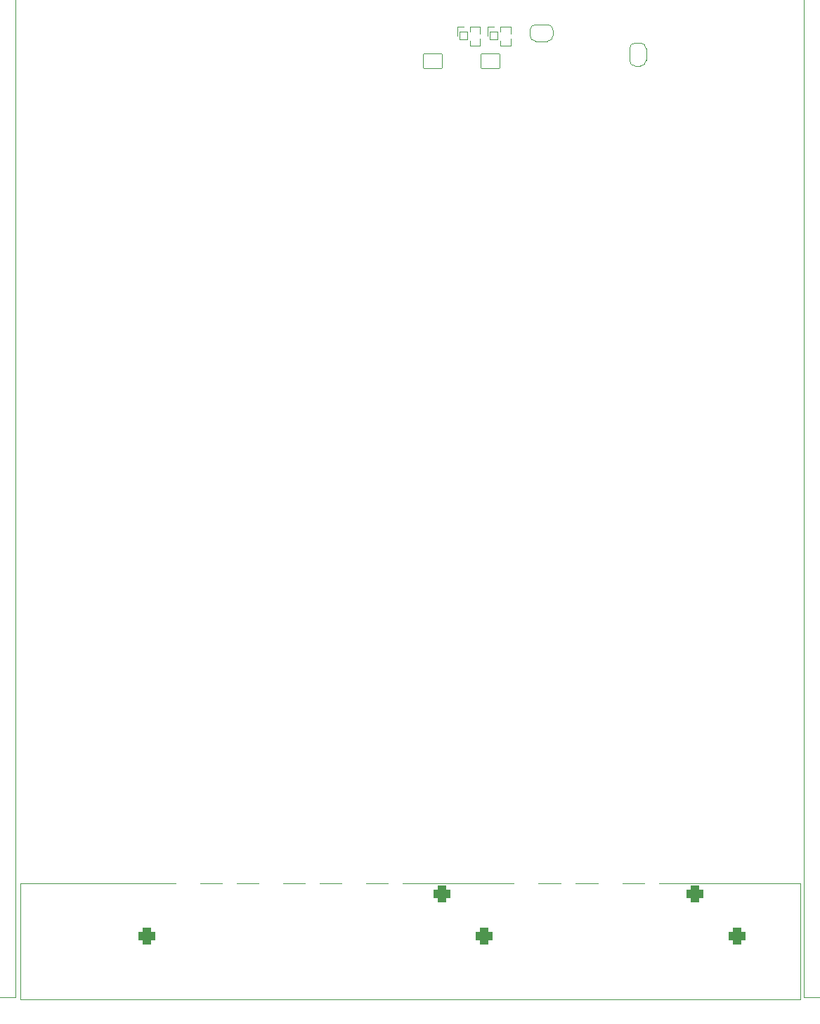
<source format=gbo>
G04 #@! TF.GenerationSoftware,KiCad,Pcbnew,7.0.2-6a45011f42~172~ubuntu20.04.1*
G04 #@! TF.CreationDate,2023-06-13T08:46:41+02:00*
G04 #@! TF.ProjectId,Power,506f7765-722e-46b6-9963-61645f706362,rev?*
G04 #@! TF.SameCoordinates,Original*
G04 #@! TF.FileFunction,Legend,Bot*
G04 #@! TF.FilePolarity,Positive*
%FSLAX46Y46*%
G04 Gerber Fmt 4.6, Leading zero omitted, Abs format (unit mm)*
G04 Created by KiCad (PCBNEW 7.0.2-6a45011f42~172~ubuntu20.04.1) date 2023-06-13 08:46:41*
%MOMM*%
%LPD*%
G01*
G04 APERTURE LIST*
G04 Aperture macros list*
%AMRoundRect*
0 Rectangle with rounded corners*
0 $1 Rounding radius*
0 $2 $3 $4 $5 $6 $7 $8 $9 X,Y pos of 4 corners*
0 Add a 4 corners polygon primitive as box body*
4,1,4,$2,$3,$4,$5,$6,$7,$8,$9,$2,$3,0*
0 Add four circle primitives for the rounded corners*
1,1,$1+$1,$2,$3*
1,1,$1+$1,$4,$5*
1,1,$1+$1,$6,$7*
1,1,$1+$1,$8,$9*
0 Add four rect primitives between the rounded corners*
20,1,$1+$1,$2,$3,$4,$5,0*
20,1,$1+$1,$4,$5,$6,$7,0*
20,1,$1+$1,$6,$7,$8,$9,0*
20,1,$1+$1,$8,$9,$2,$3,0*%
%AMFreePoly0*
4,1,35,0.535355,0.785355,0.550000,0.750000,0.550000,-0.750000,0.535355,-0.785355,0.500000,-0.800000,0.000000,-0.800000,-0.012286,-0.794911,-0.071157,-0.794911,-0.085244,-0.792886,-0.221795,-0.752791,-0.234740,-0.746879,-0.354462,-0.669938,-0.365217,-0.660618,-0.458414,-0.553063,-0.466109,-0.541091,-0.525228,-0.411637,-0.529237,-0.397982,-0.549491,-0.257116,-0.550000,-0.250000,-0.550000,0.250000,
-0.549491,0.257116,-0.529237,0.397982,-0.525228,0.411637,-0.466109,0.541091,-0.458414,0.553063,-0.365217,0.660618,-0.354462,0.669938,-0.234740,0.746879,-0.221795,0.752791,-0.085244,0.792886,-0.071157,0.794911,-0.012286,0.794911,0.000000,0.800000,0.500000,0.800000,0.535355,0.785355,0.535355,0.785355,$1*%
%AMFreePoly1*
4,1,35,0.012286,0.794911,0.071157,0.794911,0.085244,0.792886,0.221795,0.752791,0.234740,0.746879,0.354462,0.669938,0.365217,0.660618,0.458414,0.553063,0.466109,0.541091,0.525228,0.411637,0.529237,0.397982,0.549491,0.257116,0.550000,0.250000,0.550000,-0.250000,0.549491,-0.257116,0.529237,-0.397982,0.525228,-0.411637,0.466109,-0.541091,0.458414,-0.553063,0.365217,-0.660618,
0.354462,-0.669938,0.234740,-0.746879,0.221795,-0.752791,0.085244,-0.792886,0.071157,-0.794911,0.012286,-0.794911,0.000000,-0.800000,-0.500000,-0.800000,-0.535355,-0.785355,-0.550000,-0.750000,-0.550000,0.750000,-0.535355,0.785355,-0.500000,0.800000,0.000000,0.800000,0.012286,0.794911,0.012286,0.794911,$1*%
G04 Aperture macros list end*
%ADD10C,0.120000*%
%ADD11C,0.100000*%
%ADD12C,1.600000*%
%ADD13C,2.100000*%
%ADD14C,3.200000*%
%ADD15RoundRect,0.050000X-1.125000X0.875000X-1.125000X-0.875000X1.125000X-0.875000X1.125000X0.875000X0*%
%ADD16O,2.350000X1.850000*%
%ADD17RoundRect,0.050000X-0.500000X-0.500000X0.500000X-0.500000X0.500000X0.500000X-0.500000X0.500000X0*%
%ADD18C,1.100000*%
%ADD19C,1.400000*%
%ADD20O,1.600000X3.100000*%
%ADD21O,2.500000X1.700000*%
%ADD22O,1.700000X2.500000*%
%ADD23RoundRect,0.050000X-0.850000X0.850000X-0.850000X-0.850000X0.850000X-0.850000X0.850000X0.850000X0*%
%ADD24O,1.800000X1.800000*%
%ADD25RoundRect,0.300000X-0.750000X0.600000X-0.750000X-0.600000X0.750000X-0.600000X0.750000X0.600000X0*%
%ADD26O,2.100000X1.800000*%
%ADD27RoundRect,0.300000X0.750000X-0.600000X0.750000X0.600000X-0.750000X0.600000X-0.750000X-0.600000X0*%
%ADD28C,0.900000*%
%ADD29RoundRect,0.050000X-1.250000X-80.000000X1.250000X-80.000000X1.250000X80.000000X-1.250000X80.000000X0*%
%ADD30RoundRect,0.050000X0.850000X0.850000X-0.850000X0.850000X-0.850000X-0.850000X0.850000X-0.850000X0*%
%ADD31C,2.200000*%
%ADD32RoundRect,0.550000X0.500000X0.500000X-0.500000X0.500000X-0.500000X-0.500000X0.500000X-0.500000X0*%
%ADD33C,1.903400*%
%ADD34O,3.100000X3.600000*%
%ADD35O,3.100000X5.100000*%
%ADD36O,2.600000X5.100000*%
%ADD37RoundRect,0.050000X-0.500000X0.500000X-0.500000X-0.500000X0.500000X-0.500000X0.500000X0.500000X0*%
%ADD38O,1.100000X1.100000*%
%ADD39FreePoly0,0.000000*%
%ADD40FreePoly1,0.000000*%
%ADD41FreePoly0,90.000000*%
%ADD42FreePoly1,90.000000*%
G04 APERTURE END LIST*
D10*
G04 #@! TO.C,J101*
X138990000Y-182120000D02*
X45010000Y-182120000D01*
X138990000Y-168150000D02*
X138990000Y-182120000D01*
X45010000Y-182120000D02*
X45010000Y-168150000D01*
X45010000Y-168150000D02*
X138990000Y-168150000D01*
G04 #@! TO.C,TH402*
X104115000Y-65090000D02*
X104115000Y-65892470D01*
X102910000Y-65090000D02*
X104115000Y-65090000D01*
X102910000Y-65090000D02*
X102910000Y-65636529D01*
X102150000Y-65090000D02*
X101390000Y-65090000D01*
X101390000Y-65090000D02*
X101390000Y-66200000D01*
X104115000Y-66507530D02*
X104115000Y-67310000D01*
X102910000Y-66763471D02*
X102910000Y-67310000D01*
X102910000Y-67310000D02*
X104115000Y-67310000D01*
G04 #@! TO.C,JP413*
X106450000Y-65500000D02*
X106450000Y-66100000D01*
X107150000Y-66800000D02*
X108550000Y-66800000D01*
X108550000Y-64800000D02*
X107150000Y-64800000D01*
X109250000Y-66100000D02*
X109250000Y-65500000D01*
X107150000Y-64800000D02*
G75*
G03*
X106450000Y-65500000I-1J-699999D01*
G01*
X106450000Y-66100000D02*
G75*
G03*
X107150000Y-66800000I699999J-1D01*
G01*
X109250000Y-65500000D02*
G75*
G03*
X108550000Y-64800000I-700000J0D01*
G01*
X108550000Y-66800000D02*
G75*
G03*
X109250000Y-66100000I0J700000D01*
G01*
G04 #@! TO.C,JP415*
X119150000Y-69800000D02*
X119750000Y-69800000D01*
X120450000Y-69100000D02*
X120450000Y-67700000D01*
X118450000Y-67700000D02*
X118450000Y-69100000D01*
X119750000Y-67000000D02*
X119150000Y-67000000D01*
X118450000Y-69100000D02*
G75*
G03*
X119150000Y-69800000I699999J-1D01*
G01*
X119750000Y-69800000D02*
G75*
G03*
X120450000Y-69100000I1J699999D01*
G01*
X119150000Y-67000000D02*
G75*
G03*
X118450000Y-67700000I0J-700000D01*
G01*
X120450000Y-67700000D02*
G75*
G03*
X119750000Y-67000000I-700000J0D01*
G01*
G04 #@! TO.C,TH401*
X100415000Y-65090000D02*
X100415000Y-65892470D01*
X99210000Y-65090000D02*
X100415000Y-65090000D01*
X99210000Y-65090000D02*
X99210000Y-65636529D01*
X98450000Y-65090000D02*
X97690000Y-65090000D01*
X97690000Y-65090000D02*
X97690000Y-66200000D01*
X100415000Y-66507530D02*
X100415000Y-67310000D01*
X99210000Y-66763471D02*
X99210000Y-67310000D01*
X99210000Y-67310000D02*
X100415000Y-67310000D01*
G04 #@! TD*
%LPC*%
D11*
X94050000Y-90900000D02*
X87250000Y-90900000D01*
X87250000Y-83900000D01*
X94050000Y-83900000D01*
X94050000Y-90900000D01*
G36*
X94050000Y-90900000D02*
G01*
X87250000Y-90900000D01*
X87250000Y-83900000D01*
X94050000Y-83900000D01*
X94050000Y-90900000D01*
G37*
X79650000Y-94700000D02*
X71850000Y-94700000D01*
X71850000Y-88600000D01*
X79650000Y-88600000D01*
X79650000Y-94700000D01*
G36*
X79650000Y-94700000D02*
G01*
X71850000Y-94700000D01*
X71850000Y-88600000D01*
X79650000Y-88600000D01*
X79650000Y-94700000D01*
G37*
X108550000Y-107300000D02*
X101150000Y-107300000D01*
X101150000Y-100900000D01*
X108550000Y-100900000D01*
X108550000Y-107300000D01*
G36*
X108550000Y-107300000D02*
G01*
X101150000Y-107300000D01*
X101150000Y-100900000D01*
X108550000Y-100900000D01*
X108550000Y-107300000D01*
G37*
X108340000Y-147900000D02*
X100940000Y-147900000D01*
X100940000Y-141500000D01*
X108340000Y-141500000D01*
X108340000Y-147900000D01*
G36*
X108340000Y-147900000D02*
G01*
X100940000Y-147900000D01*
X100940000Y-141500000D01*
X108340000Y-141500000D01*
X108340000Y-147900000D01*
G37*
X93940000Y-131300000D02*
X87140000Y-131300000D01*
X87140000Y-124300000D01*
X93940000Y-124300000D01*
X93940000Y-131300000D01*
G36*
X93940000Y-131300000D02*
G01*
X87140000Y-131300000D01*
X87140000Y-124300000D01*
X93940000Y-124300000D01*
X93940000Y-131300000D01*
G37*
X79650000Y-135400000D02*
X71750000Y-135400000D01*
X71750000Y-129300000D01*
X79650000Y-129300000D01*
X79650000Y-135400000D01*
G36*
X79650000Y-135400000D02*
G01*
X71750000Y-135400000D01*
X71750000Y-129300000D01*
X79650000Y-129300000D01*
X79650000Y-135400000D01*
G37*
D12*
G04 #@! TO.C,TP104*
X55880000Y-148400000D03*
G04 #@! TD*
D13*
G04 #@! TO.C,VOUT_GND501*
X78550000Y-42000000D03*
G04 #@! TD*
D14*
G04 #@! TO.C,H101*
X137000000Y-162000000D03*
G04 #@! TD*
D12*
G04 #@! TO.C,TP307*
X121250000Y-142100000D03*
G04 #@! TD*
G04 #@! TO.C,TP304*
X136250000Y-127460000D03*
G04 #@! TD*
D14*
G04 #@! TO.C,H107*
X47550000Y-27000000D03*
G04 #@! TD*
D12*
G04 #@! TO.C,TP305*
X121280000Y-138100000D03*
G04 #@! TD*
D14*
G04 #@! TO.C,H104*
X47000000Y-112000000D03*
G04 #@! TD*
D12*
G04 #@! TO.C,TP202*
X136250000Y-99400000D03*
G04 #@! TD*
D15*
G04 #@! TO.C,PS502*
X101657500Y-69180000D03*
D16*
X101657500Y-71720000D03*
X101657500Y-74260000D03*
X101657500Y-76800000D03*
G04 #@! TD*
D12*
G04 #@! TO.C,TP103*
X53390000Y-148400000D03*
G04 #@! TD*
D17*
G04 #@! TO.C,J404*
X91950000Y-33850000D03*
D18*
X92966000Y-35630000D03*
X93982000Y-33850000D03*
X94998000Y-35630000D03*
X96014000Y-33850000D03*
X97030000Y-35630000D03*
X98046000Y-33850000D03*
X99062000Y-35630000D03*
D19*
X88965500Y-37914000D03*
X91251500Y-37914000D03*
X99760500Y-37914000D03*
X102046500Y-37914000D03*
D20*
X85600000Y-27500000D03*
X105539000Y-27500000D03*
G04 #@! TD*
D12*
G04 #@! TO.C,TP309*
X122750000Y-159700000D03*
G04 #@! TD*
D21*
G04 #@! TO.C,U401*
X112470000Y-23440000D03*
X112470000Y-25980000D03*
X112470000Y-28520000D03*
X112470000Y-31060000D03*
X112470000Y-33600000D03*
X112470000Y-36140000D03*
X112470000Y-38680000D03*
X112470000Y-41220000D03*
X112470000Y-43760000D03*
X112470000Y-46300000D03*
X112470000Y-48840000D03*
X112470000Y-51380000D03*
X112470000Y-53920000D03*
X112470000Y-56460000D03*
X112470000Y-59000000D03*
X112470000Y-61540000D03*
X112470000Y-64080000D03*
X112470000Y-66620000D03*
X112470000Y-69160000D03*
X112470000Y-71700000D03*
X131050000Y-71700000D03*
X131050000Y-69160000D03*
X131050000Y-66620000D03*
X131050000Y-64080000D03*
X131050000Y-61540000D03*
X131050000Y-59000000D03*
X131050000Y-56460000D03*
X131050000Y-53920000D03*
X131050000Y-51380000D03*
X131050000Y-48840000D03*
X131050000Y-46300000D03*
X131050000Y-43760000D03*
X131050000Y-41220000D03*
X131050000Y-38680000D03*
X131050000Y-36140000D03*
X131050000Y-33600000D03*
X131050000Y-31060000D03*
X131050000Y-28520000D03*
X131050000Y-25980000D03*
X131050000Y-23440000D03*
D12*
X115410000Y-31060000D03*
X115410000Y-33600000D03*
X115410000Y-36140000D03*
X115410000Y-38680000D03*
X115410000Y-41220000D03*
X115410000Y-53920000D03*
X115410000Y-56460000D03*
X115410000Y-59000000D03*
X115410000Y-61540000D03*
X115410000Y-64080000D03*
X115410000Y-66620000D03*
X115410000Y-69160000D03*
D22*
X115410000Y-72100000D03*
X117950000Y-72100000D03*
X120490000Y-72100000D03*
X123030000Y-72100000D03*
X125570000Y-72100000D03*
X128110000Y-72100000D03*
D12*
X128110000Y-69160000D03*
G04 #@! TD*
D23*
G04 #@! TO.C,JP403*
X97350000Y-47400000D03*
D24*
X94810000Y-47400000D03*
G04 #@! TD*
D12*
G04 #@! TO.C,TP205*
X121150000Y-97900000D03*
G04 #@! TD*
D14*
G04 #@! TO.C,H108*
X136450000Y-27000000D03*
G04 #@! TD*
D25*
G04 #@! TO.C,J501*
X52800000Y-25400000D03*
D26*
X52800000Y-27900000D03*
G04 #@! TD*
D12*
G04 #@! TO.C,TP208*
X122550000Y-83500000D03*
G04 #@! TD*
G04 #@! TO.C,TP301*
X136250000Y-140600000D03*
G04 #@! TD*
D27*
G04 #@! TO.C,J502*
X56400000Y-27900000D03*
D26*
X56400000Y-25400000D03*
G04 #@! TD*
D15*
G04 #@! TO.C,PS501*
X94750000Y-69180000D03*
D16*
X94750000Y-71720000D03*
X94750000Y-74260000D03*
X94750000Y-76800000D03*
G04 #@! TD*
D12*
G04 #@! TO.C,TP101*
X46000000Y-118500000D03*
G04 #@! TD*
G04 #@! TO.C,TP303*
X136250000Y-130000000D03*
G04 #@! TD*
G04 #@! TO.C,TP201*
X136250000Y-101800000D03*
G04 #@! TD*
G04 #@! TO.C,TP302*
X136250000Y-138160000D03*
G04 #@! TD*
G04 #@! TO.C,TP306*
X121280000Y-140100000D03*
G04 #@! TD*
G04 #@! TO.C,TP308*
X122550000Y-123500000D03*
G04 #@! TD*
G04 #@! TO.C,TP106*
X50550000Y-159400000D03*
G04 #@! TD*
G04 #@! TO.C,TP203*
X136300000Y-91600000D03*
G04 #@! TD*
D13*
G04 #@! TO.C,GND501*
X51900000Y-59240000D03*
G04 #@! TD*
D12*
G04 #@! TO.C,TP105*
X57250000Y-121200000D03*
G04 #@! TD*
D28*
G04 #@! TO.C,N101*
X43250000Y-24500000D03*
X43250000Y-34500000D03*
X43250000Y-44500000D03*
X43250000Y-54500000D03*
X43250000Y-64500000D03*
X43250000Y-74500000D03*
X43250000Y-84500000D03*
X43250000Y-94500000D03*
D29*
X43250000Y-102000000D03*
D28*
X43250000Y-104500000D03*
X43250000Y-114500000D03*
X43250000Y-124500000D03*
X43250000Y-134500000D03*
X43250000Y-144500000D03*
X43250000Y-154500000D03*
X43250000Y-164500000D03*
X43250000Y-174500000D03*
X140750000Y-24250000D03*
X140750000Y-34250000D03*
X140750000Y-44250000D03*
X140750000Y-54250000D03*
X140750000Y-64250000D03*
X140750000Y-74250000D03*
X140750000Y-84250000D03*
X140750000Y-94250000D03*
D29*
X140750000Y-102000000D03*
D28*
X140750000Y-104250000D03*
X140750000Y-114250000D03*
X140750000Y-124250000D03*
X140750000Y-134250000D03*
X140750000Y-144250000D03*
X140750000Y-154250000D03*
X140750000Y-164250000D03*
X140750000Y-174250000D03*
G04 #@! TD*
D30*
G04 #@! TO.C,JP401*
X94260000Y-44200000D03*
D24*
X94260000Y-41660000D03*
G04 #@! TD*
D14*
G04 #@! TO.C,H106*
X137000000Y-112000000D03*
G04 #@! TD*
G04 #@! TO.C,H103*
X98000000Y-112000000D03*
G04 #@! TD*
D12*
G04 #@! TO.C,TP102*
X46000000Y-115960000D03*
G04 #@! TD*
G04 #@! TO.C,TP209*
X122550000Y-119500000D03*
G04 #@! TD*
G04 #@! TO.C,TP206*
X121150000Y-99900000D03*
G04 #@! TD*
D31*
G04 #@! TO.C,J101*
X136450000Y-179580000D03*
X47550000Y-179580000D03*
D32*
X60250000Y-174500000D03*
D33*
X65250000Y-176786000D03*
D34*
X65250000Y-169039000D03*
D35*
X70500000Y-175670001D03*
D33*
X70250000Y-168586001D03*
X75250000Y-176786001D03*
D34*
X75250000Y-169039000D03*
D35*
X80500000Y-175670001D03*
D33*
X80250000Y-168586001D03*
X85250000Y-176786001D03*
D34*
X85250000Y-169039000D03*
D35*
X90500000Y-175670001D03*
D33*
X90250000Y-168586001D03*
D32*
X95810000Y-169420000D03*
X100890000Y-174500000D03*
D33*
X106130000Y-176786000D03*
D34*
X105970000Y-169039000D03*
D33*
X111130000Y-168586001D03*
D36*
X111050000Y-175670001D03*
D33*
X116130000Y-176786001D03*
D34*
X116130000Y-169039000D03*
D35*
X121210000Y-175670001D03*
D33*
X121130000Y-168586001D03*
D32*
X126290000Y-169420000D03*
X131370000Y-174500000D03*
G04 #@! TD*
D17*
G04 #@! TO.C,J403*
X66950000Y-33850000D03*
D18*
X67966000Y-35630000D03*
X68982000Y-33850000D03*
X69998000Y-35630000D03*
X71014000Y-33850000D03*
X72030000Y-35630000D03*
X73046000Y-33850000D03*
X74062000Y-35630000D03*
D19*
X63965500Y-37914000D03*
X66251500Y-37914000D03*
X74760500Y-37914000D03*
X77046500Y-37914000D03*
D20*
X60600000Y-27500000D03*
X80539000Y-27500000D03*
G04 #@! TD*
D14*
G04 #@! TO.C,H105*
X47000000Y-162000000D03*
G04 #@! TD*
D12*
G04 #@! TO.C,TP204*
X136300000Y-89060000D03*
G04 #@! TD*
D14*
G04 #@! TO.C,H109*
X82000000Y-84000000D03*
G04 #@! TD*
D12*
G04 #@! TO.C,TP207*
X121150000Y-101900000D03*
G04 #@! TD*
D14*
G04 #@! TO.C,H102*
X98000000Y-152000000D03*
G04 #@! TD*
D30*
G04 #@! TO.C,J505*
X49050000Y-37800000D03*
D24*
X49050000Y-35260000D03*
X49050000Y-32720000D03*
G04 #@! TD*
D12*
G04 #@! TO.C,TP107*
X73050000Y-103100000D03*
G04 #@! TD*
D37*
G04 #@! TO.C,TH402*
X102150000Y-66200000D03*
D38*
X103420000Y-66200000D03*
G04 #@! TD*
D39*
G04 #@! TO.C,JP413*
X107200000Y-65800000D03*
D40*
X108500000Y-65800000D03*
G04 #@! TD*
D41*
G04 #@! TO.C,JP415*
X119450000Y-69050000D03*
D42*
X119450000Y-67750000D03*
G04 #@! TD*
D37*
G04 #@! TO.C,TH401*
X98450000Y-66200000D03*
D38*
X99720000Y-66200000D03*
G04 #@! TD*
%LPD*%
M02*

</source>
